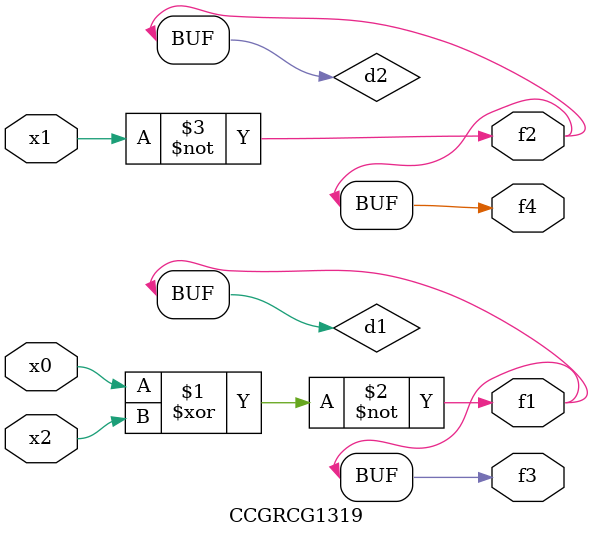
<source format=v>
module CCGRCG1319(
	input x0, x1, x2,
	output f1, f2, f3, f4
);

	wire d1, d2, d3;

	xnor (d1, x0, x2);
	nand (d2, x1);
	nor (d3, x1, x2);
	assign f1 = d1;
	assign f2 = d2;
	assign f3 = d1;
	assign f4 = d2;
endmodule

</source>
